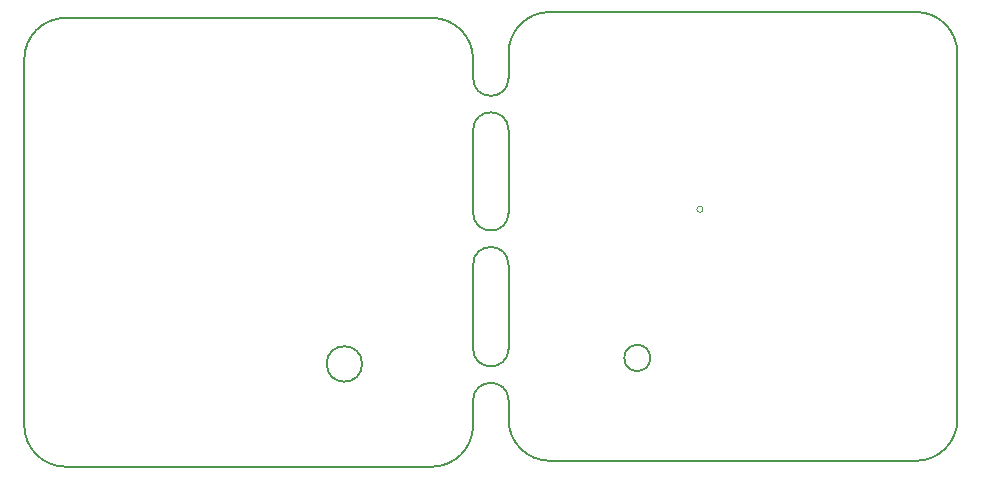
<source format=gbr>
%TF.GenerationSoftware,KiCad,Pcbnew,(5.1.8-0-10_14)*%
%TF.CreationDate,2021-08-18T13:43:03+02:00*%
%TF.ProjectId,ethersweep,65746865-7273-4776-9565-702e6b696361,2.0.1*%
%TF.SameCoordinates,Original*%
%TF.FileFunction,OtherDrawing,Comment*%
%FSLAX46Y46*%
G04 Gerber Fmt 4.6, Leading zero omitted, Abs format (unit mm)*
G04 Created by KiCad (PCBNEW (5.1.8-0-10_14)) date 2021-08-18 13:43:03*
%MOMM*%
%LPD*%
G01*
G04 APERTURE LIST*
%TA.AperFunction,Profile*%
%ADD10C,0.150000*%
%TD*%
%ADD11C,0.150000*%
%ADD12C,0.100000*%
G04 APERTURE END LIST*
D10*
X198000000Y-81000000D02*
G75*
G02*
X201500000Y-84500000I0J-3500000D01*
G01*
X160500000Y-115500000D02*
X160500000Y-113900000D01*
X163500000Y-86600000D02*
X163500000Y-85000000D01*
X163500000Y-86600000D02*
G75*
G02*
X160500000Y-86600000I-1500000J0D01*
G01*
X163500000Y-115500000D02*
X163500000Y-113900000D01*
X160500000Y-86600000D02*
X160500000Y-85000000D01*
X160500000Y-113900000D02*
G75*
G02*
X163500000Y-113900000I1500000J0D01*
G01*
D11*
X175504536Y-110295464D02*
G75*
G03*
X175504536Y-110295464I-1104536J0D01*
G01*
D10*
X163500000Y-98000000D02*
G75*
G02*
X160500000Y-98000000I-1500000J0D01*
G01*
X160500000Y-91000000D02*
G75*
G02*
X163500000Y-91000000I1500000J0D01*
G01*
X163500000Y-98000000D02*
X163500000Y-91000000D01*
X160500000Y-109500000D02*
X160500000Y-102400000D01*
X160500000Y-102400000D02*
G75*
G02*
X163500000Y-102400000I1500000J0D01*
G01*
X160500000Y-98000000D02*
X160500000Y-91000000D01*
X163500000Y-109500000D02*
X163500000Y-102400000D01*
X163500000Y-109500000D02*
G75*
G02*
X160500000Y-109500000I-1500000J0D01*
G01*
X160500000Y-116000000D02*
X160500000Y-115500000D01*
X163500000Y-84500000D02*
X163500000Y-85000000D01*
X151100000Y-110800000D02*
G75*
G03*
X151100000Y-110800000I-1500000J0D01*
G01*
X126000000Y-119500000D02*
G75*
G02*
X122500000Y-116000000I0J3500000D01*
G01*
X126000000Y-119500000D02*
X157000000Y-119500000D01*
X167000000Y-81000000D02*
X198000000Y-81000000D01*
X163500000Y-84500000D02*
G75*
G02*
X167000000Y-81000000I3500000J0D01*
G01*
X201500000Y-115500000D02*
G75*
G02*
X198000000Y-119000000I-3500000J0D01*
G01*
X167000000Y-119000000D02*
G75*
G02*
X163500000Y-115500000I0J3500000D01*
G01*
X167000000Y-119000000D02*
X198000000Y-119000000D01*
X201500000Y-115500000D02*
X201500000Y-84500000D01*
X122500000Y-85000000D02*
X122500000Y-116000000D01*
X160500000Y-116000000D02*
G75*
G02*
X157000000Y-119500000I-3500000J0D01*
G01*
X157000000Y-81500000D02*
G75*
G02*
X160500000Y-85000000I0J-3500000D01*
G01*
X122500000Y-85000000D02*
G75*
G02*
X126000000Y-81500000I3500000J0D01*
G01*
X157000000Y-81500000D02*
X126000000Y-81500000D01*
D12*
X179960000Y-97714000D02*
G75*
G03*
X179960000Y-97714000I-254000J0D01*
G01*
M02*

</source>
